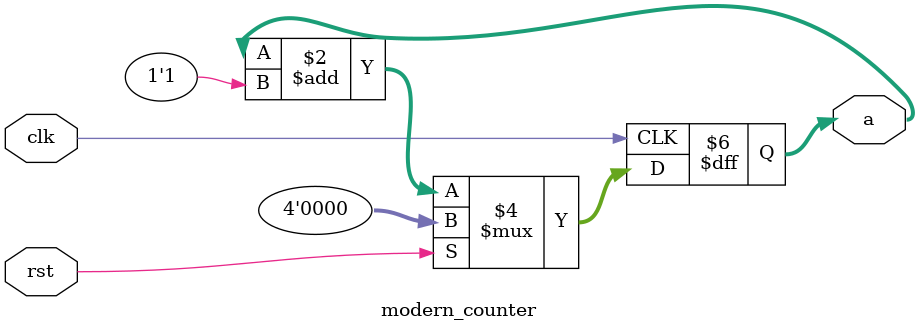
<source format=v>
`timescale 1ns / 1ps
module modern_counter(rst, clk, a
    );
	input rst, clk;
	output reg [3:0] a;

	always @ (posedge clk) begin
		if (rst) begin
			a <= 4'b0000;
		end else begin
			a <= a + 1'b1;
		end
	end

endmodule

</source>
